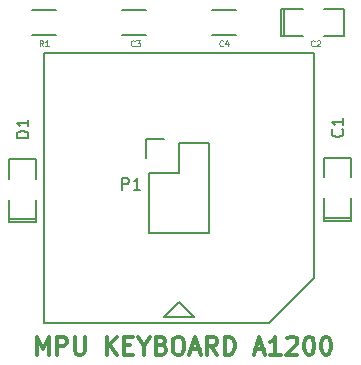
<source format=gto>
%TF.GenerationSoftware,KiCad,Pcbnew,4.0.2+dfsg1-stable*%
%TF.CreationDate,2018-12-23T01:09:08+01:00*%
%TF.ProjectId,A1200MPU-Adapter,41313230304D50552D41646170746572,rev?*%
%TF.FileFunction,Legend,Top*%
%FSLAX46Y46*%
G04 Gerber Fmt 4.6, Leading zero omitted, Abs format (unit mm)*
G04 Created by KiCad (PCBNEW 4.0.2+dfsg1-stable) date Sun 23 Dec 2018 01:09:08 CET*
%MOMM*%
G01*
G04 APERTURE LIST*
%ADD10C,0.100000*%
%ADD11C,0.200000*%
%ADD12C,0.300000*%
%ADD13C,0.150000*%
G04 APERTURE END LIST*
D10*
D11*
X147320000Y-113792000D02*
X146050000Y-115062000D01*
X148590000Y-115062000D02*
X147320000Y-113792000D01*
X146050000Y-115062000D02*
X148590000Y-115062000D01*
X135890000Y-115570000D02*
X135890000Y-92837000D01*
X154940000Y-115570000D02*
X135890000Y-115570000D01*
X158750000Y-111760000D02*
X154940000Y-115570000D01*
X158750000Y-92710000D02*
X158750000Y-111760000D01*
X135890000Y-92710000D02*
X158750000Y-92710000D01*
D12*
X135272430Y-118280571D02*
X135272430Y-116780571D01*
X135772430Y-117852000D01*
X136272430Y-116780571D01*
X136272430Y-118280571D01*
X136986716Y-118280571D02*
X136986716Y-116780571D01*
X137558144Y-116780571D01*
X137701002Y-116852000D01*
X137772430Y-116923429D01*
X137843859Y-117066286D01*
X137843859Y-117280571D01*
X137772430Y-117423429D01*
X137701002Y-117494857D01*
X137558144Y-117566286D01*
X136986716Y-117566286D01*
X138486716Y-116780571D02*
X138486716Y-117994857D01*
X138558144Y-118137714D01*
X138629573Y-118209143D01*
X138772430Y-118280571D01*
X139058144Y-118280571D01*
X139201002Y-118209143D01*
X139272430Y-118137714D01*
X139343859Y-117994857D01*
X139343859Y-116780571D01*
X141201002Y-118280571D02*
X141201002Y-116780571D01*
X142058145Y-118280571D02*
X141415288Y-117423429D01*
X142058145Y-116780571D02*
X141201002Y-117637714D01*
X142701002Y-117494857D02*
X143201002Y-117494857D01*
X143415288Y-118280571D02*
X142701002Y-118280571D01*
X142701002Y-116780571D01*
X143415288Y-116780571D01*
X144343859Y-117566286D02*
X144343859Y-118280571D01*
X143843859Y-116780571D02*
X144343859Y-117566286D01*
X144843859Y-116780571D01*
X145843859Y-117494857D02*
X146058145Y-117566286D01*
X146129573Y-117637714D01*
X146201002Y-117780571D01*
X146201002Y-117994857D01*
X146129573Y-118137714D01*
X146058145Y-118209143D01*
X145915287Y-118280571D01*
X145343859Y-118280571D01*
X145343859Y-116780571D01*
X145843859Y-116780571D01*
X145986716Y-116852000D01*
X146058145Y-116923429D01*
X146129573Y-117066286D01*
X146129573Y-117209143D01*
X146058145Y-117352000D01*
X145986716Y-117423429D01*
X145843859Y-117494857D01*
X145343859Y-117494857D01*
X147129573Y-116780571D02*
X147415287Y-116780571D01*
X147558145Y-116852000D01*
X147701002Y-116994857D01*
X147772430Y-117280571D01*
X147772430Y-117780571D01*
X147701002Y-118066286D01*
X147558145Y-118209143D01*
X147415287Y-118280571D01*
X147129573Y-118280571D01*
X146986716Y-118209143D01*
X146843859Y-118066286D01*
X146772430Y-117780571D01*
X146772430Y-117280571D01*
X146843859Y-116994857D01*
X146986716Y-116852000D01*
X147129573Y-116780571D01*
X148343859Y-117852000D02*
X149058145Y-117852000D01*
X148201002Y-118280571D02*
X148701002Y-116780571D01*
X149201002Y-118280571D01*
X150558145Y-118280571D02*
X150058145Y-117566286D01*
X149701002Y-118280571D02*
X149701002Y-116780571D01*
X150272430Y-116780571D01*
X150415288Y-116852000D01*
X150486716Y-116923429D01*
X150558145Y-117066286D01*
X150558145Y-117280571D01*
X150486716Y-117423429D01*
X150415288Y-117494857D01*
X150272430Y-117566286D01*
X149701002Y-117566286D01*
X151201002Y-118280571D02*
X151201002Y-116780571D01*
X151558145Y-116780571D01*
X151772430Y-116852000D01*
X151915288Y-116994857D01*
X151986716Y-117137714D01*
X152058145Y-117423429D01*
X152058145Y-117637714D01*
X151986716Y-117923429D01*
X151915288Y-118066286D01*
X151772430Y-118209143D01*
X151558145Y-118280571D01*
X151201002Y-118280571D01*
X153772430Y-117852000D02*
X154486716Y-117852000D01*
X153629573Y-118280571D02*
X154129573Y-116780571D01*
X154629573Y-118280571D01*
X155915287Y-118280571D02*
X155058144Y-118280571D01*
X155486716Y-118280571D02*
X155486716Y-116780571D01*
X155343859Y-116994857D01*
X155201001Y-117137714D01*
X155058144Y-117209143D01*
X156486715Y-116923429D02*
X156558144Y-116852000D01*
X156701001Y-116780571D01*
X157058144Y-116780571D01*
X157201001Y-116852000D01*
X157272430Y-116923429D01*
X157343858Y-117066286D01*
X157343858Y-117209143D01*
X157272430Y-117423429D01*
X156415287Y-118280571D01*
X157343858Y-118280571D01*
X158272429Y-116780571D02*
X158415286Y-116780571D01*
X158558143Y-116852000D01*
X158629572Y-116923429D01*
X158701001Y-117066286D01*
X158772429Y-117352000D01*
X158772429Y-117709143D01*
X158701001Y-117994857D01*
X158629572Y-118137714D01*
X158558143Y-118209143D01*
X158415286Y-118280571D01*
X158272429Y-118280571D01*
X158129572Y-118209143D01*
X158058143Y-118137714D01*
X157986715Y-117994857D01*
X157915286Y-117709143D01*
X157915286Y-117352000D01*
X157986715Y-117066286D01*
X158058143Y-116923429D01*
X158129572Y-116852000D01*
X158272429Y-116780571D01*
X159701000Y-116780571D02*
X159843857Y-116780571D01*
X159986714Y-116852000D01*
X160058143Y-116923429D01*
X160129572Y-117066286D01*
X160201000Y-117352000D01*
X160201000Y-117709143D01*
X160129572Y-117994857D01*
X160058143Y-118137714D01*
X159986714Y-118209143D01*
X159843857Y-118280571D01*
X159701000Y-118280571D01*
X159558143Y-118209143D01*
X159486714Y-118137714D01*
X159415286Y-117994857D01*
X159343857Y-117709143D01*
X159343857Y-117352000D01*
X159415286Y-117066286D01*
X159486714Y-116923429D01*
X159558143Y-116852000D01*
X159701000Y-116780571D01*
D13*
X136890000Y-91245000D02*
X134890000Y-91245000D01*
X134890000Y-89095000D02*
X136890000Y-89095000D01*
X144780000Y-102870000D02*
X144780000Y-107950000D01*
X144500000Y-100050000D02*
X146050000Y-100050000D01*
X147320000Y-100330000D02*
X147320000Y-102870000D01*
X147320000Y-102870000D02*
X144780000Y-102870000D01*
X144780000Y-107950000D02*
X149860000Y-107950000D01*
X149860000Y-107950000D02*
X149860000Y-102870000D01*
X144500000Y-100050000D02*
X144500000Y-101600000D01*
X149860000Y-100330000D02*
X147320000Y-100330000D01*
X149860000Y-102870000D02*
X149860000Y-100330000D01*
X132969000Y-106807000D02*
X132969000Y-107061000D01*
X132969000Y-107061000D02*
X135255000Y-107061000D01*
X135255000Y-107061000D02*
X135255000Y-106807000D01*
X132969000Y-106807000D02*
X135255000Y-106807000D01*
X135255000Y-106807000D02*
X135255000Y-105156000D01*
X132969000Y-103378000D02*
X132969000Y-101727000D01*
X132969000Y-101727000D02*
X135255000Y-101727000D01*
X135255000Y-101727000D02*
X135255000Y-103378000D01*
X132969000Y-105156000D02*
X132969000Y-106807000D01*
X152130000Y-89145000D02*
X150130000Y-89145000D01*
X150130000Y-91195000D02*
X152130000Y-91195000D01*
X144510000Y-89145000D02*
X142510000Y-89145000D01*
X142510000Y-91195000D02*
X144510000Y-91195000D01*
X156210000Y-89027000D02*
X155956000Y-89027000D01*
X155956000Y-89027000D02*
X155956000Y-91313000D01*
X155956000Y-91313000D02*
X156210000Y-91313000D01*
X156210000Y-89027000D02*
X156210000Y-91313000D01*
X156210000Y-91313000D02*
X157861000Y-91313000D01*
X159639000Y-89027000D02*
X161290000Y-89027000D01*
X161290000Y-89027000D02*
X161290000Y-91313000D01*
X161290000Y-91313000D02*
X159639000Y-91313000D01*
X157861000Y-89027000D02*
X156210000Y-89027000D01*
X159639000Y-106680000D02*
X159639000Y-106934000D01*
X159639000Y-106934000D02*
X161925000Y-106934000D01*
X161925000Y-106934000D02*
X161925000Y-106680000D01*
X159639000Y-106680000D02*
X161925000Y-106680000D01*
X161925000Y-106680000D02*
X161925000Y-105029000D01*
X159639000Y-103251000D02*
X159639000Y-101600000D01*
X159639000Y-101600000D02*
X161925000Y-101600000D01*
X161925000Y-101600000D02*
X161925000Y-103251000D01*
X159639000Y-105029000D02*
X159639000Y-106680000D01*
D10*
X135806667Y-92174190D02*
X135640000Y-91936095D01*
X135520953Y-92174190D02*
X135520953Y-91674190D01*
X135711429Y-91674190D01*
X135759048Y-91698000D01*
X135782857Y-91721810D01*
X135806667Y-91769429D01*
X135806667Y-91840857D01*
X135782857Y-91888476D01*
X135759048Y-91912286D01*
X135711429Y-91936095D01*
X135520953Y-91936095D01*
X136282857Y-92174190D02*
X135997143Y-92174190D01*
X136140000Y-92174190D02*
X136140000Y-91674190D01*
X136092381Y-91745619D01*
X136044762Y-91793238D01*
X135997143Y-91817048D01*
D13*
X142517905Y-104338381D02*
X142517905Y-103338381D01*
X142898858Y-103338381D01*
X142994096Y-103386000D01*
X143041715Y-103433619D01*
X143089334Y-103528857D01*
X143089334Y-103671714D01*
X143041715Y-103766952D01*
X142994096Y-103814571D01*
X142898858Y-103862190D01*
X142517905Y-103862190D01*
X144041715Y-104338381D02*
X143470286Y-104338381D01*
X143756000Y-104338381D02*
X143756000Y-103338381D01*
X143660762Y-103481238D01*
X143565524Y-103576476D01*
X143470286Y-103624095D01*
X134564381Y-99925095D02*
X133564381Y-99925095D01*
X133564381Y-99687000D01*
X133612000Y-99544142D01*
X133707238Y-99448904D01*
X133802476Y-99401285D01*
X133992952Y-99353666D01*
X134135810Y-99353666D01*
X134326286Y-99401285D01*
X134421524Y-99448904D01*
X134516762Y-99544142D01*
X134564381Y-99687000D01*
X134564381Y-99925095D01*
X134564381Y-98401285D02*
X134564381Y-98972714D01*
X134564381Y-98687000D02*
X133564381Y-98687000D01*
X133707238Y-98782238D01*
X133802476Y-98877476D01*
X133850095Y-98972714D01*
D10*
X151046667Y-92126571D02*
X151022857Y-92150381D01*
X150951429Y-92174190D01*
X150903810Y-92174190D01*
X150832381Y-92150381D01*
X150784762Y-92102762D01*
X150760953Y-92055143D01*
X150737143Y-91959905D01*
X150737143Y-91888476D01*
X150760953Y-91793238D01*
X150784762Y-91745619D01*
X150832381Y-91698000D01*
X150903810Y-91674190D01*
X150951429Y-91674190D01*
X151022857Y-91698000D01*
X151046667Y-91721810D01*
X151475238Y-91840857D02*
X151475238Y-92174190D01*
X151356191Y-91650381D02*
X151237143Y-92007524D01*
X151546667Y-92007524D01*
X143553667Y-92126571D02*
X143529857Y-92150381D01*
X143458429Y-92174190D01*
X143410810Y-92174190D01*
X143339381Y-92150381D01*
X143291762Y-92102762D01*
X143267953Y-92055143D01*
X143244143Y-91959905D01*
X143244143Y-91888476D01*
X143267953Y-91793238D01*
X143291762Y-91745619D01*
X143339381Y-91698000D01*
X143410810Y-91674190D01*
X143458429Y-91674190D01*
X143529857Y-91698000D01*
X143553667Y-91721810D01*
X143720334Y-91674190D02*
X144029857Y-91674190D01*
X143863191Y-91864667D01*
X143934619Y-91864667D01*
X143982238Y-91888476D01*
X144006048Y-91912286D01*
X144029857Y-91959905D01*
X144029857Y-92078952D01*
X144006048Y-92126571D01*
X143982238Y-92150381D01*
X143934619Y-92174190D01*
X143791762Y-92174190D01*
X143744143Y-92150381D01*
X143720334Y-92126571D01*
X158793667Y-92126571D02*
X158769857Y-92150381D01*
X158698429Y-92174190D01*
X158650810Y-92174190D01*
X158579381Y-92150381D01*
X158531762Y-92102762D01*
X158507953Y-92055143D01*
X158484143Y-91959905D01*
X158484143Y-91888476D01*
X158507953Y-91793238D01*
X158531762Y-91745619D01*
X158579381Y-91698000D01*
X158650810Y-91674190D01*
X158698429Y-91674190D01*
X158769857Y-91698000D01*
X158793667Y-91721810D01*
X158984143Y-91721810D02*
X159007953Y-91698000D01*
X159055572Y-91674190D01*
X159174619Y-91674190D01*
X159222238Y-91698000D01*
X159246048Y-91721810D01*
X159269857Y-91769429D01*
X159269857Y-91817048D01*
X159246048Y-91888476D01*
X158960334Y-92174190D01*
X159269857Y-92174190D01*
D13*
X161139143Y-99226666D02*
X161186762Y-99274285D01*
X161234381Y-99417142D01*
X161234381Y-99512380D01*
X161186762Y-99655238D01*
X161091524Y-99750476D01*
X160996286Y-99798095D01*
X160805810Y-99845714D01*
X160662952Y-99845714D01*
X160472476Y-99798095D01*
X160377238Y-99750476D01*
X160282000Y-99655238D01*
X160234381Y-99512380D01*
X160234381Y-99417142D01*
X160282000Y-99274285D01*
X160329619Y-99226666D01*
X161234381Y-98274285D02*
X161234381Y-98845714D01*
X161234381Y-98560000D02*
X160234381Y-98560000D01*
X160377238Y-98655238D01*
X160472476Y-98750476D01*
X160520095Y-98845714D01*
M02*

</source>
